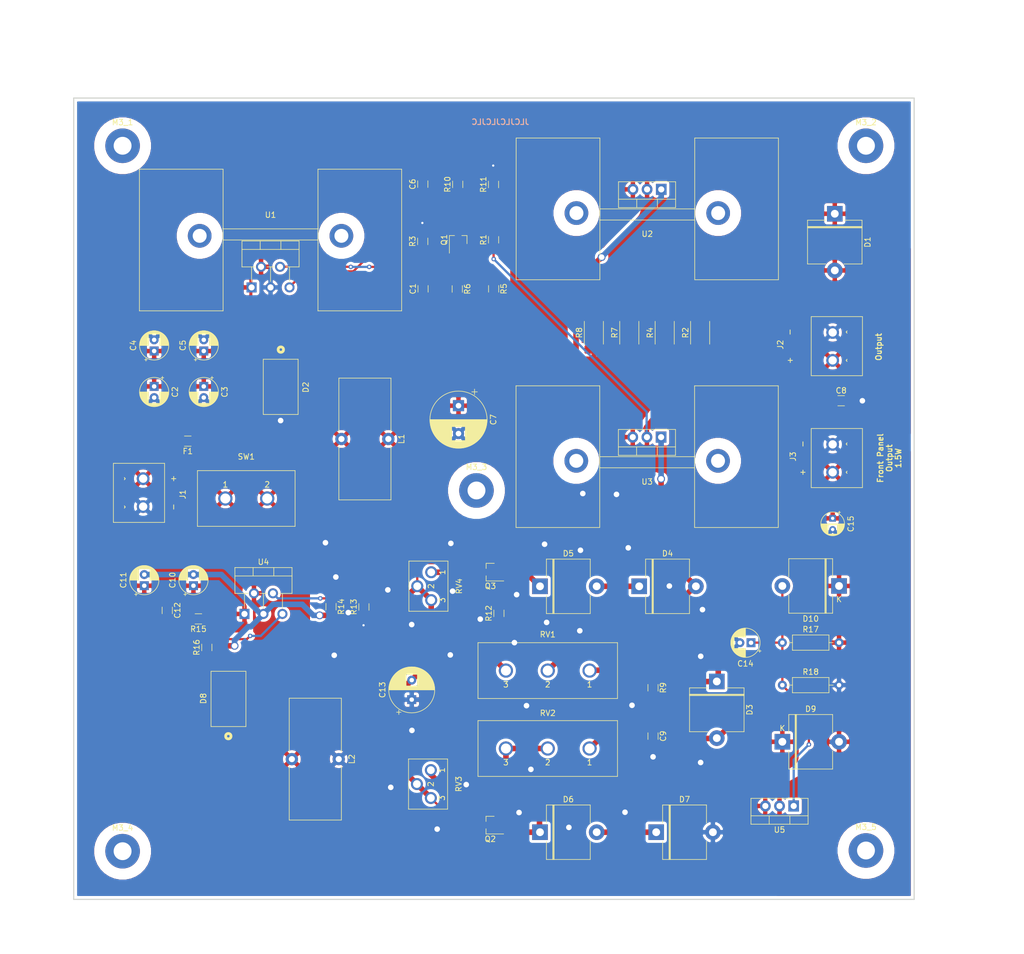
<source format=kicad_pcb>
(kicad_pcb (version 20171130) (host pcbnew "(5.1.6)-1")
  (layers (0 F.Cu signal) (31 B.Cu signal) (34 B.Paste user) (35 F.Paste user) (36 B.SilkS user) (37 F.SilkS user) (38 B.Mask user) (39 F.Mask user) (44 Edge.Cuts user))
  (net 0 "")
  (net 1 "Net-(C1-Pad2)")
  (net 2 "Net-(C1-Pad1)")
  (net 3 GND)
  (net 4 "Net-(C10-Pad1)")
  (net 5 "Net-(C6-Pad2)")
  (net 6 "Net-(C8-Pad1)")
  (net 7 "Net-(C9-Pad1)")
  (net 8 "Net-(C10-Pad2)")
  (net 9 "Net-(C12-Pad2)")
  (net 10 "Net-(D2-Pad1)")
  (net 11 "Net-(D4-Pad2)")
  (net 12 "Net-(D4-Pad1)")
  (net 13 "Net-(D5-Pad1)")
  (net 14 "Net-(D6-Pad2)")
  (net 15 "Net-(D6-Pad1)")
  (net 16 "Net-(D8-Pad1)")
  (net 17 +36V)
  (net 18 "Net-(Q1-Pad2)")
  (net 19 "Net-(Q1-Pad1)")
  (net 20 "Net-(Q2-Pad3)")
  (net 21 "Net-(Q3-Pad3)")
  (net 22 "Net-(R2-Pad2)")
  (net 23 "Net-(R10-Pad1)")
  (net 24 "Net-(R12-Pad1)")
  (net 25 "Net-(R13-Pad2)")
  (net 26 "Net-(R15-Pad1)")
  (net 27 "Net-(RV1-Pad2)")
  (net 28 "Net-(F1-Pad1)")
  (net 29 "Net-(C14-Pad1)")
  (net 30 "Net-(C15-Pad1)")
  (module MountingHole:MountingHole_3.2mm_M3_Pad (layer F.Cu) (at 117.65 100.925)
    (fp_text reference M3_3 (at 0 -4.2) (layer F.SilkS))
    (fp_text value MountingHole_3.2mm_M3_Pad)
    (pad 1 thru_hole circle (at 0 0) (size 6.2 6.2) (drill 3.2) (layers *.Cu *.Mask) (clearance 2))
  )
  (module MountingHole:MountingHole_3.2mm_M3_Pad (layer F.Cu) (at 187.452 165.481)
    (fp_text reference M3_5 (at 0 -4.2) (layer F.SilkS))
    (fp_text value MountingHole_3.2mm_M3_Pad)
    (pad 1 thru_hole circle (at 0 0) (size 6.2 6.2) (drill 3.2) (layers *.Cu *.Mask) (clearance 2))
  )
  (module MountingHole:MountingHole_3.2mm_M3_Pad (layer F.Cu) (at 54.229 165.608)
    (fp_text reference M3_4 (at 0 -4.2) (layer F.SilkS))
    (fp_text value MountingHole_3.2mm_M3_Pad)
    (pad 1 thru_hole circle (at 0 0) (size 6.2 6.2) (drill 3.2) (layers *.Cu *.Mask) (clearance 2))
  )
  (module MountingHole:MountingHole_3.2mm_M3_Pad (layer F.Cu) (at 187.452 39.116)
    (fp_text reference M3_2 (at 0 -4.2) (layer F.SilkS))
    (fp_text value MountingHole_3.2mm_M3_Pad)
    (pad 1 thru_hole circle (at 0 0) (size 6.2 6.2) (drill 3.2) (layers *.Cu *.Mask) (clearance 2))
  )
  (module MountingHole:MountingHole_3.2mm_M3_Pad (layer F.Cu) (at 54.229 39.116)
    (fp_text reference M3_1 (at 0 -4.2) (layer F.SilkS))
    (fp_text value MountingHole_3.2mm_M3_Pad)
    (pad 1 thru_hole circle (at 0 0) (size 6.2 6.2) (drill 3.2) (layers *.Cu *.Mask) (clearance 2))
  )
  (module Fuse:Fuse_1206_3216Metric_Pad1.42x1.75mm_HandSolder (layer F.Cu) (at 65.913 92.075 180)
    (fp_text reference F1 (at 0 -1.82) (layer F.SilkS))
    (fp_text value Fuse)
    (pad 2 smd roundrect (at 1.4875 0 180) (size 1.425 1.75) (layers F.Cu F.Paste F.Mask) (roundrect_rratio 0.175439) (net 17 +36V))
    (pad 1 smd roundrect (at -1.4875 0 180) (size 1.425 1.75) (layers F.Cu F.Paste F.Mask) (roundrect_rratio 0.175439) (net 28 "Net-(F1-Pad1)"))
  )
  (module Package_TO_SOT_THT:TO-220-3_Vertical (layer F.Cu) (at 174.5 157.5 180)
    (fp_text reference U5 (at 2.54 -4.27) (layer F.SilkS))
    (fp_text value LM317_TO-220)
    (pad 3 thru_hole oval (at 5.08 0 180) (size 1.905 2) (drill 1.1) (layers *.Cu *.Mask) (net 4 "Net-(C10-Pad1)"))
    (pad 2 thru_hole oval (at 2.54 0 180) (size 1.905 2) (drill 1.1) (layers *.Cu *.Mask) (net 30 "Net-(C15-Pad1)"))
    (pad 1 thru_hole rect (at 0 0 180) (size 1.905 2) (drill 1.1) (layers *.Cu *.Mask) (net 29 "Net-(C14-Pad1)"))
  )
  (module Package_TO_SOT_THT:TO-220-5_P3.4x3.7mm_StaggerOdd_Lead3.8mm_Vertical (layer F.Cu) (at 76.073 123.063)
    (fp_text reference U4 (at 3.4 -9.32) (layer F.SilkS))
    (fp_text value LM2596DSADJ)
    (pad 5 thru_hole oval (at 6.8 0) (size 1.8 1.8) (drill 1.1) (layers *.Cu *.Mask) (net 26 "Net-(R15-Pad1)"))
    (pad 4 thru_hole oval (at 5.1 -3.7) (size 1.8 1.8) (drill 1.1) (layers *.Cu *.Mask) (net 25 "Net-(R13-Pad2)"))
    (pad 3 thru_hole oval (at 3.4 0) (size 1.8 1.8) (drill 1.1) (layers *.Cu *.Mask) (net 8 "Net-(C10-Pad2)"))
    (pad 2 thru_hole oval (at 1.7 -3.7) (size 1.8 1.8) (drill 1.1) (layers *.Cu *.Mask) (net 16 "Net-(D8-Pad1)"))
    (pad 1 thru_hole rect (at 0 0) (size 1.8 1.8) (drill 1.1) (layers *.Cu *.Mask) (net 4 "Net-(C10-Pad1)"))
  )
  (module Resistor_THT:R_Axial_DIN0207_L6.3mm_D2.5mm_P10.16mm_Horizontal (layer F.Cu) (at 172.466 135.8265)
    (fp_text reference R18 (at 5.08 -2.37) (layer F.SilkS))
    (fp_text value 3.3k)
    (pad 2 thru_hole oval (at 10.16 0) (size 1.6 1.6) (drill 0.8) (layers *.Cu *.Mask) (net 3 GND))
    (pad 1 thru_hole circle (at 0 0) (size 1.6 1.6) (drill 0.8) (layers *.Cu *.Mask) (net 29 "Net-(C14-Pad1)"))
  )
  (module Resistor_THT:R_Axial_DIN0207_L6.3mm_D2.5mm_P10.16mm_Horizontal (layer F.Cu) (at 172.466 128.2065)
    (fp_text reference R17 (at 5.08 -2.37) (layer F.SilkS))
    (fp_text value 240)
    (pad 2 thru_hole oval (at 10.16 0) (size 1.6 1.6) (drill 0.8) (layers *.Cu *.Mask) (net 30 "Net-(C15-Pad1)"))
    (pad 1 thru_hole circle (at 0 0) (size 1.6 1.6) (drill 0.8) (layers *.Cu *.Mask) (net 29 "Net-(C14-Pad1)"))
  )
  (module Power_supply:screw_terminal (layer F.Cu) (at 181.483 97.663 90)
    (fp_text reference J3 (at 2.8194 -7.1 90) (layer F.SilkS))
    (fp_text value Screw_Terminal_01x02)
    (fp_text user ^ (at 5.08 3.0226 90) (layer F.SilkS))
    (fp_text user ^ (at 0 3.0226 90) (layer F.SilkS))
    (fp_text user - (at 5.08 -5.4 90) (layer F.SilkS))
    (fp_text user + (at 0 -5.4 90) (layer F.SilkS))
    (pad 2 thru_hole circle (at 5.0038 0 90) (size 2.29 2.29) (drill 1.5) (layers *.Cu *.Mask) (net 3 GND))
    (pad 1 thru_hole circle (at 0 0 90) (size 2.29 2.29) (drill 1.5) (layers *.Cu *.Mask) (net 30 "Net-(C15-Pad1)"))
  )
  (module Diode_THT:D_5KP_P10.16mm_Horizontal (layer F.Cu) (at 182.626 118.0465 180)
    (fp_text reference D10 (at 5.08 -5.885) (layer F.SilkS))
    (fp_text value 1N4001)
    (fp_text user K (at 0 -2.4) (layer F.SilkS))
    (pad 2 thru_hole oval (at 10.16 0 180) (size 2.8 2.8) (drill 1.4) (layers *.Cu *.Mask) (net 29 "Net-(C14-Pad1)"))
    (pad 1 thru_hole rect (at 0 0 180) (size 2.8 2.8) (drill 1.4) (layers *.Cu *.Mask) (net 30 "Net-(C15-Pad1)"))
  )
  (module Diode_THT:D_5KP_P10.16mm_Horizontal (layer F.Cu) (at 172.466 145.9865)
    (fp_text reference D9 (at 5.08 -5.885) (layer F.SilkS))
    (fp_text value 1N4001)
    (fp_text user K (at 0 -2.4) (layer F.SilkS))
    (pad 2 thru_hole oval (at 10.16 0) (size 2.8 2.8) (drill 1.4) (layers *.Cu *.Mask) (net 30 "Net-(C15-Pad1)"))
    (pad 1 thru_hole rect (at 0 0) (size 2.8 2.8) (drill 1.4) (layers *.Cu *.Mask) (net 4 "Net-(C10-Pad1)"))
  )
  (module Capacitor_THT:CP_Radial_D4.0mm_P2.00mm (layer F.Cu) (at 181.483 105.918 270)
    (fp_text reference C15 (at 1 -3.25 90) (layer F.SilkS))
    (fp_text value 1u)
    (pad 2 thru_hole circle (at 2 0 270) (size 1.2 1.2) (drill 0.6) (layers *.Cu *.Mask) (net 3 GND))
    (pad 1 thru_hole rect (at 0 0 270) (size 1.2 1.2) (drill 0.6) (layers *.Cu *.Mask) (net 30 "Net-(C15-Pad1)"))
  )
  (module Capacitor_THT:CP_Radial_D5.0mm_P2.00mm (layer F.Cu) (at 166.8526 128.22936 180)
    (fp_text reference C14 (at 1 -3.75) (layer F.SilkS))
    (fp_text value 10u)
    (pad 2 thru_hole circle (at 2 0 180) (size 1.6 1.6) (drill 0.8) (layers *.Cu *.Mask) (net 3 GND))
    (pad 1 thru_hole rect (at 0 0 180) (size 1.6 1.6) (drill 0.8) (layers *.Cu *.Mask) (net 29 "Net-(C14-Pad1)"))
  )
  (module Power_supply:screw_terminal (layer F.Cu) (at 57.912 98.806 270)
    (fp_text reference J1 (at 2.8194 -7.1 90) (layer F.SilkS))
    (fp_text value Screw_Terminal_01x02)
    (fp_text user ^ (at 5.08 3.81 270 unlocked) (layer F.SilkS))
    (fp_text user ^ (at 0 3.81 270 unlocked) (layer F.SilkS))
    (fp_text user - (at 5.08 -5.4 90) (layer F.SilkS))
    (fp_text user + (at 0 -5.4 90) (layer F.SilkS))
    (pad 2 thru_hole circle (at 5.0038 0 270) (size 2.29 2.29) (drill 1.5) (layers *.Cu *.Mask) (net 3 GND))
    (pad 1 thru_hole circle (at 0 0 270) (size 2.29 2.29) (drill 1.5) (layers *.Cu *.Mask) (net 17 +36V))
  )
  (module Resistor_SMD:R_1206_3216Metric_Pad1.42x1.75mm_HandSolder (layer F.Cu) (at 121.67108 122.95632 90)
    (fp_text reference R12 (at 0 -1.82 90) (layer F.SilkS))
    (fp_text value 120)
    (pad 2 smd roundrect (at 1.4875 0 90) (size 1.425 1.75) (layers F.Cu F.Paste F.Mask) (roundrect_rratio 0.175439) (net 13 "Net-(D5-Pad1)"))
    (pad 1 smd roundrect (at -1.4875 0 90) (size 1.425 1.75) (layers F.Cu F.Paste F.Mask) (roundrect_rratio 0.175439) (net 24 "Net-(R12-Pad1)"))
  )
  (module Power_supply:TO-220-3_with_heatsink (layer F.Cu) (at 151.638 86.36 180)
    (fp_text reference U3 (at 3.4 -13) (layer F.SilkS))
    (fp_text value LD1085V)
    (pad 2 thru_hole oval (at 3.44 -5 180) (size 1.905 2) (drill 1.1) (layers *.Cu *.Mask) (net 6 "Net-(C8-Pad1)"))
    (pad 1 thru_hole rect (at 0.9 -5 180) (size 1.905 2) (drill 1.1) (layers *.Cu *.Mask) (net 7 "Net-(C9-Pad1)"))
    (pad 3 thru_hole oval (at 5.98 -5 180) (size 1.905 2) (drill 1.1) (layers *.Cu *.Mask) (net 11 "Net-(D4-Pad2)"))
    (pad "" thru_hole circle (at 16.1 -9.25 180) (size 4.25 4.25) (drill 2.5) (layers *.Cu *.Mask) (clearance 2))
    (pad "" thru_hole circle (at -9.3 -9.25 180) (size 4.25 4.25) (drill 2.5) (layers *.Cu *.Mask) (clearance 2))
  )
  (module Power_supply:TO-220-3_with_heatsink (layer F.Cu) (at 151.6634 41.9354 180)
    (fp_text reference U2 (at 3.4 -13) (layer F.SilkS))
    (fp_text value LD1085V)
    (pad 2 thru_hole oval (at 3.44 -5 180) (size 1.905 2) (drill 1.1) (layers *.Cu *.Mask) (net 22 "Net-(R2-Pad2)"))
    (pad 1 thru_hole rect (at 0.9 -5 180) (size 1.905 2) (drill 1.1) (layers *.Cu *.Mask) (net 27 "Net-(RV1-Pad2)"))
    (pad 3 thru_hole oval (at 5.98 -5 180) (size 1.905 2) (drill 1.1) (layers *.Cu *.Mask) (net 2 "Net-(C1-Pad1)"))
    (pad "" thru_hole circle (at 16.1 -9.25 180) (size 4.25 4.25) (drill 2.5) (layers *.Cu *.Mask) (clearance 2))
    (pad "" thru_hole circle (at -9.3 -9.25 180) (size 4.25 4.25) (drill 2.5) (layers *.Cu *.Mask) (clearance 2))
  )
  (module Power_supply:TO-220-5_with_heatsink (layer F.Cu) (at 77.343 64.516)
    (fp_text reference U1 (at 3.4 -13) (layer F.SilkS))
    (fp_text value LM2596DSADJ)
    (pad "" thru_hole circle (at 16.1 -9.25) (size 4.25 4.25) (drill 2.5) (layers *.Cu *.Mask) (clearance 2))
    (pad "" thru_hole circle (at -9.3 -9.25) (size 4.25 4.25) (drill 2.5) (layers *.Cu *.Mask) (clearance 2))
    (pad 5 thru_hole oval (at 6.8 0) (size 1.8 1.8) (drill 1.1) (layers *.Cu *.Mask) (net 23 "Net-(R10-Pad1)"))
    (pad 4 thru_hole oval (at 5.1 -3.7) (size 1.8 1.8) (drill 1.1) (layers *.Cu *.Mask) (net 1 "Net-(C1-Pad2)"))
    (pad 3 thru_hole oval (at 3.4 0) (size 1.8 1.8) (drill 1.1) (layers *.Cu *.Mask) (net 3 GND))
    (pad 2 thru_hole oval (at 1.7 -3.7) (size 1.8 1.8) (drill 1.1) (layers *.Cu *.Mask) (net 10 "Net-(D2-Pad1)"))
    (pad 1 thru_hole rect (at 0 0) (size 1.8 1.8) (drill 1.1) (layers *.Cu *.Mask) (net 4 "Net-(C10-Pad1)"))
  )
  (module Power_supply:offboard_switch (layer F.Cu) (at 72.644 102.362)
    (fp_text reference SW1 (at 3.75 -7.5) (layer F.SilkS))
    (fp_text value SW_DIP_x01)
    (fp_text user 2 (at 7.5 -2.5) (layer F.SilkS))
    (fp_text user 1 (at 0 -2.5) (layer F.SilkS))
    (pad 2 thru_hole circle (at 7.5 0) (size 2.55 2.55) (drill 1.8) (layers *.Cu *.Mask) (net 4 "Net-(C10-Pad1)"))
    (pad 1 thru_hole circle (at 0 0) (size 2.55 2.55) (drill 1.8) (layers *.Cu *.Mask) (net 28 "Net-(F1-Pad1)"))
  )
  (module Power_supply:trimmerTHT (layer F.Cu) (at 109.5375 115.5865 270)
    (fp_text reference RV4 (at 2.5 -5 90) (layer F.SilkS))
    (fp_text value 200)
    (fp_text user 3 (at 5 -2 90) (layer F.SilkS))
    (fp_text user 2 (at 2.5 0 90) (layer F.SilkS))
    (fp_text user 1 (at 0 -2 90) (layer F.SilkS))
    (pad 3 thru_hole circle (at 5 0 270) (size 2.15 2.15) (drill 1.4) (layers *.Cu *.Mask) (net 8 "Net-(C10-Pad2)"))
    (pad 2 thru_hole circle (at 2.5 2.5 270) (size 2.15 2.15) (drill 1.4) (layers *.Cu *.Mask) (net 8 "Net-(C10-Pad2)"))
    (pad 1 thru_hole circle (at 0 0 270) (size 2.15 2.15) (drill 1.4) (layers *.Cu *.Mask) (net 21 "Net-(Q3-Pad3)"))
  )
  (module Power_supply:trimmerTHT (layer F.Cu) (at 109.474 151.0665 270)
    (fp_text reference RV3 (at 2.5 -5 90) (layer F.SilkS))
    (fp_text value 200)
    (fp_text user 3 (at 5 -2 90) (layer F.SilkS))
    (fp_text user 2 (at 2.5 0 90) (layer F.SilkS))
    (fp_text user 1 (at 0 -2 90) (layer F.SilkS))
    (pad 3 thru_hole circle (at 5 0 270) (size 2.15 2.15) (drill 1.4) (layers *.Cu *.Mask) (net 8 "Net-(C10-Pad2)"))
    (pad 2 thru_hole circle (at 2.5 2.5 270) (size 2.15 2.15) (drill 1.4) (layers *.Cu *.Mask) (net 8 "Net-(C10-Pad2)"))
    (pad 1 thru_hole circle (at 0 0 270) (size 2.15 2.15) (drill 1.4) (layers *.Cu *.Mask) (net 20 "Net-(Q2-Pad3)"))
  )
  (module Power_supply:offboard_pot (layer F.Cu) (at 137.922 147.19 180)
    (fp_text reference RV2 (at 7.493 6.347) (layer F.SilkS))
    (fp_text value 5k)
    (fp_text user 3 (at 15 -2.5) (layer F.SilkS))
    (fp_text user 2 (at 7.5 -2.5) (layer F.SilkS))
    (fp_text user 1 (at 0 -2.5) (layer F.SilkS))
    (pad 3 thru_hole circle (at 15 0 180) (size 2.55 2.55) (drill 1.8) (layers *.Cu *.Mask) (net 15 "Net-(D6-Pad1)"))
    (pad 2 thru_hole circle (at 7.5 0 180) (size 2.55 2.55) (drill 1.8) (layers *.Cu *.Mask) (net 15 "Net-(D6-Pad1)"))
    (pad 1 thru_hole circle (at 0 0 180) (size 2.55 2.55) (drill 1.8) (layers *.Cu *.Mask) (net 7 "Net-(C9-Pad1)"))
  )
  (module Power_supply:offboard_pot (layer F.Cu) (at 137.922 133.22 180)
    (fp_text reference RV1 (at 7.5 6.474) (layer F.SilkS))
    (fp_text value 1k)
    (fp_text user 3 (at 15 -2.5) (layer F.SilkS))
    (fp_text user 2 (at 7.5 -2.5) (layer F.SilkS))
    (fp_text user 1 (at 0 -2.5) (layer F.SilkS))
    (pad 3 thru_hole circle (at 15 0 180) (size 2.55 2.55) (drill 1.8) (layers *.Cu *.Mask) (net 24 "Net-(R12-Pad1)"))
    (pad 2 thru_hole circle (at 7.5 0 180) (size 2.55 2.55) (drill 1.8) (layers *.Cu *.Mask) (net 27 "Net-(RV1-Pad2)"))
    (pad 1 thru_hole circle (at 0 0 180) (size 2.55 2.55) (drill 1.8) (layers *.Cu *.Mask) (net 11 "Net-(D4-Pad2)"))
  )
  (module Resistor_SMD:R_1206_3216Metric_Pad1.42x1.75mm_HandSolder (layer F.Cu) (at 69.32248 129.06862 90)
    (fp_text reference R16 (at 0 -1.82 90) (layer F.SilkS))
    (fp_text value 47k)
    (pad 2 smd roundrect (at 1.4875 0 90) (size 1.425 1.75) (layers F.Cu F.Paste F.Mask) (roundrect_rratio 0.175439) (net 26 "Net-(R15-Pad1)"))
    (pad 1 smd roundrect (at -1.4875 0 90) (size 1.425 1.75) (layers F.Cu F.Paste F.Mask) (roundrect_rratio 0.175439) (net 8 "Net-(C10-Pad2)"))
  )
  (module Resistor_SMD:R_1206_3216Metric_Pad1.42x1.75mm_HandSolder (layer F.Cu) (at 67.818 123.952 180)
    (fp_text reference R15 (at 0 -1.82) (layer F.SilkS))
    (fp_text value 47k)
    (pad 2 smd roundrect (at 1.4875 0 180) (size 1.425 1.75) (layers F.Cu F.Paste F.Mask) (roundrect_rratio 0.175439) (net 9 "Net-(C12-Pad2)"))
    (pad 1 smd roundrect (at -1.4875 0 180) (size 1.425 1.75) (layers F.Cu F.Paste F.Mask) (roundrect_rratio 0.175439) (net 26 "Net-(R15-Pad1)"))
  )
  (module Resistor_SMD:R_1206_3216Metric_Pad1.42x1.75mm_HandSolder (layer F.Cu) (at 91.58224 121.75998 270)
    (fp_text reference R14 (at 0 -1.82 90) (layer F.SilkS))
    (fp_text value 3400)
    (pad 2 smd roundrect (at 1.4875 0 270) (size 1.425 1.75) (layers F.Cu F.Paste F.Mask) (roundrect_rratio 0.175439) (net 8 "Net-(C10-Pad2)"))
    (pad 1 smd roundrect (at -1.4875 0 270) (size 1.425 1.75) (layers F.Cu F.Paste F.Mask) (roundrect_rratio 0.175439) (net 25 "Net-(R13-Pad2)"))
  )
  (module Resistor_SMD:R_1206_3216Metric_Pad1.42x1.75mm_HandSolder (layer F.Cu) (at 97.47504 121.81078 90)
    (fp_text reference R13 (at 0 -1.82 90) (layer F.SilkS))
    (fp_text value 5k)
    (pad 2 smd roundrect (at 1.4875 0 90) (size 1.425 1.75) (layers F.Cu F.Paste F.Mask) (roundrect_rratio 0.175439) (net 25 "Net-(R13-Pad2)"))
    (pad 1 smd roundrect (at -1.4875 0 90) (size 1.425 1.75) (layers F.Cu F.Paste F.Mask) (roundrect_rratio 0.175439) (net 3 GND))
  )
  (module Resistor_SMD:R_1206_3216Metric_Pad1.42x1.75mm_HandSolder (layer F.Cu) (at 120.707 46.056 90)
    (fp_text reference R11 (at 0 -1.82 90) (layer F.SilkS))
    (fp_text value 47k)
    (pad 2 smd roundrect (at 1.4875 0 90) (size 1.425 1.75) (layers F.Cu F.Paste F.Mask) (roundrect_rratio 0.175439) (net 3 GND))
    (pad 1 smd roundrect (at -1.4875 0 90) (size 1.425 1.75) (layers F.Cu F.Paste F.Mask) (roundrect_rratio 0.175439) (net 23 "Net-(R10-Pad1)"))
  )
  (module Resistor_SMD:R_1206_3216Metric_Pad1.42x1.75mm_HandSolder (layer F.Cu) (at 114.287 46.036 90)
    (fp_text reference R10 (at 0 -1.82 90) (layer F.SilkS))
    (fp_text value 47k)
    (pad 2 smd roundrect (at 1.4875 0 90) (size 1.425 1.75) (layers F.Cu F.Paste F.Mask) (roundrect_rratio 0.175439) (net 5 "Net-(C6-Pad2)"))
    (pad 1 smd roundrect (at -1.4875 0 90) (size 1.425 1.75) (layers F.Cu F.Paste F.Mask) (roundrect_rratio 0.175439) (net 23 "Net-(R10-Pad1)"))
  )
  (module Resistor_SMD:R_1206_3216Metric_Pad1.42x1.75mm_HandSolder (layer F.Cu) (at 149.2885 136.298 270)
    (fp_text reference R9 (at 0 -1.82 90) (layer F.SilkS))
    (fp_text value 240)
    (pad 2 smd roundrect (at 1.4875 0 270) (size 1.425 1.75) (layers F.Cu F.Paste F.Mask) (roundrect_rratio 0.175439) (net 7 "Net-(C9-Pad1)"))
    (pad 1 smd roundrect (at -1.4875 0 270) (size 1.425 1.75) (layers F.Cu F.Paste F.Mask) (roundrect_rratio 0.175439) (net 6 "Net-(C8-Pad1)"))
  )
  (module Resistor_SMD:R_2512_6332Metric_Pad1.52x3.35mm_HandSolder (layer F.Cu) (at 138.684 72.644 90)
    (fp_text reference R8 (at 0 -2.62 90) (layer F.SilkS))
    (fp_text value 3.3)
    (pad 2 smd roundrect (at 2.9875 0 90) (size 1.525 3.35) (layers F.Cu F.Paste F.Mask) (roundrect_rratio 0.163934) (net 22 "Net-(R2-Pad2)"))
    (pad 1 smd roundrect (at -2.9875 0 90) (size 1.525 3.35) (layers F.Cu F.Paste F.Mask) (roundrect_rratio 0.163934) (net 11 "Net-(D4-Pad2)"))
  )
  (module Resistor_SMD:R_2512_6332Metric_Pad1.52x3.35mm_HandSolder (layer F.Cu) (at 145.034 72.644 90)
    (fp_text reference R7 (at 0 -2.62 90) (layer F.SilkS))
    (fp_text value 3.3)
    (pad 2 smd roundrect (at 2.9875 0 90) (size 1.525 3.35) (layers F.Cu F.Paste F.Mask) (roundrect_rratio 0.163934) (net 22 "Net-(R2-Pad2)"))
    (pad 1 smd roundrect (at -2.9875 0 90) (size 1.525 3.35) (layers F.Cu F.Paste F.Mask) (roundrect_rratio 0.163934) (net 11 "Net-(D4-Pad2)"))
  )
  (module Resistor_SMD:R_1206_3216Metric_Pad1.42x1.75mm_HandSolder (layer F.Cu) (at 114.20348 64.79286 270)
    (fp_text reference R6 (at 0 -1.82 90) (layer F.SilkS))
    (fp_text value 100k)
    (pad 2 smd roundrect (at 1.4875 0 270) (size 1.425 1.75) (layers F.Cu F.Paste F.Mask) (roundrect_rratio 0.175439) (net 2 "Net-(C1-Pad1)"))
    (pad 1 smd roundrect (at -1.4875 0 270) (size 1.425 1.75) (layers F.Cu F.Paste F.Mask) (roundrect_rratio 0.175439) (net 19 "Net-(Q1-Pad1)"))
  )
  (module Resistor_SMD:R_1206_3216Metric_Pad1.42x1.75mm_HandSolder (layer F.Cu) (at 120.7262 64.77 270)
    (fp_text reference R5 (at 0 -1.82 90) (layer F.SilkS))
    (fp_text value 2500)
    (pad 2 smd roundrect (at 1.4875 0 270) (size 1.425 1.75) (layers F.Cu F.Paste F.Mask) (roundrect_rratio 0.175439) (net 2 "Net-(C1-Pad1)"))
    (pad 1 smd roundrect (at -1.4875 0 270) (size 1.425 1.75) (layers F.Cu F.Paste F.Mask) (roundrect_rratio 0.175439) (net 18 "Net-(Q1-Pad2)"))
  )
  (module Resistor_SMD:R_2512_6332Metric_Pad1.52x3.35mm_HandSolder (layer F.Cu) (at 151.384 72.644 90)
    (fp_text reference R4 (at 0 -2.62 90) (layer F.SilkS))
    (fp_text value 3.3)
    (pad 2 smd roundrect (at 2.9875 0 90) (size 1.525 3.35) (layers F.Cu F.Paste F.Mask) (roundrect_rratio 0.163934) (net 22 "Net-(R2-Pad2)"))
    (pad 1 smd roundrect (at -2.9875 0 90) (size 1.525 3.35) (layers F.Cu F.Paste F.Mask) (roundrect_rratio 0.163934) (net 11 "Net-(D4-Pad2)"))
  )
  (module Resistor_SMD:R_1206_3216Metric_Pad1.42x1.75mm_HandSolder (layer F.Cu) (at 108.01858 56.261 90)
    (fp_text reference R3 (at 0 -1.82 90) (layer F.SilkS))
    (fp_text value 2400)
    (pad 2 smd roundrect (at 1.4875 0 90) (size 1.425 1.75) (layers F.Cu F.Paste F.Mask) (roundrect_rratio 0.175439) (net 3 GND))
    (pad 1 smd roundrect (at -1.4875 0 90) (size 1.425 1.75) (layers F.Cu F.Paste F.Mask) (roundrect_rratio 0.175439) (net 1 "Net-(C1-Pad2)"))
  )
  (module Resistor_SMD:R_2512_6332Metric_Pad1.52x3.35mm_HandSolder (layer F.Cu) (at 157.734 72.644 90)
    (fp_text reference R2 (at 0 -2.62 90) (layer F.SilkS))
    (fp_text value 3.3)
    (pad 2 smd roundrect (at 2.9875 0 90) (size 1.525 3.35) (layers F.Cu F.Paste F.Mask) (roundrect_rratio 0.163934) (net 22 "Net-(R2-Pad2)"))
    (pad 1 smd roundrect (at -2.9875 0 90) (size 1.525 3.35) (layers F.Cu F.Paste F.Mask) (roundrect_rratio 0.163934) (net 11 "Net-(D4-Pad2)"))
  )
  (module Resistor_SMD:R_1206_3216Metric_Pad1.42x1.75mm_HandSolder (layer F.Cu) (at 120.71858 55.97906 90)
    (fp_text reference R1 (at 0 -1.82 90) (layer F.SilkS))
    (fp_text value 100k)
    (pad 2 smd roundrect (at 1.4875 0 90) (size 1.425 1.75) (layers F.Cu F.Paste F.Mask) (roundrect_rratio 0.175439) (net 19 "Net-(Q1-Pad1)"))
    (pad 1 smd roundrect (at -1.4875 0 90) (size 1.425 1.75) (layers F.Cu F.Paste F.Mask) (roundrect_rratio 0.175439) (net 6 "Net-(C8-Pad1)"))
  )
  (module Package_TO_SOT_SMD:SOT-23_Handsoldering (layer F.Cu) (at 120.142 115.57 180)
    (fp_text reference Q3 (at 0 -2.5) (layer F.SilkS))
    (fp_text value MMBF4392LT1G)
    (pad 3 smd rect (at 1.5 0 180) (size 1.9 0.8) (layers F.Cu F.Paste F.Mask) (net 21 "Net-(Q3-Pad3)"))
    (pad 2 smd rect (at -1.5 0.95 180) (size 1.9 0.8) (layers F.Cu F.Paste F.Mask) (net 8 "Net-(C10-Pad2)"))
    (pad 1 smd rect (at -1.5 -0.95 180) (size 1.9 0.8) (layers F.Cu F.Paste F.Mask) (net 13 "Net-(D5-Pad1)"))
  )
  (module Package_TO_SOT_SMD:SOT-23_Handsoldering (layer F.Cu) (at 120.118 160.93 180)
    (fp_text reference Q2 (at 0 -2.5) (layer F.SilkS))
    (fp_text value MMBF4392LT1G)
    (pad 3 smd rect (at 1.5 0 180) (size 1.9 0.8) (layers F.Cu F.Paste F.Mask) (net 20 "Net-(Q2-Pad3)"))
    (pad 2 smd rect (at -1.5 0.95 180) (size 1.9 0.8) (layers F.Cu F.Paste F.Mask) (net 8 "Net-(C10-Pad2)"))
    (pad 1 smd rect (at -1.5 -0.95 180) (size 1.9 0.8) (layers F.Cu F.Paste F.Mask) (net 15 "Net-(D6-Pad1)"))
  )
  (module Package_TO_SOT_SMD:SOT-23_Handsoldering (layer F.Cu) (at 114.36858 55.97906 90)
    (fp_text reference Q1 (at 0 -2.5 90) (layer F.SilkS))
    (fp_text value MMBT3906)
    (pad 3 smd rect (at 1.5 0 90) (size 1.9 0.8) (layers F.Cu F.Paste F.Mask) (net 1 "Net-(C1-Pad2)"))
    (pad 2 smd rect (at -1.5 0.95 90) (size 1.9 0.8) (layers F.Cu F.Paste F.Mask) (net 18 "Net-(Q1-Pad2)"))
    (pad 1 smd rect (at -1.5 -0.95 90) (size 1.9 0.8) (layers F.Cu F.Paste F.Mask) (net 19 "Net-(Q1-Pad1)"))
  )
  (module Inductor_THT:L_Toroid_Vertical_L21.6mm_W9.1mm_P8.40mm_Bourns_5700 (layer F.Cu) (at 92.964 149.098 270)
    (fp_text reference L2 (at 0 -2.35 90) (layer F.SilkS))
    (fp_text value 100u)
    (pad 2 thru_hole circle (at 0 8.4 270) (size 2.2 2.2) (drill 1.1) (layers *.Cu *.Mask) (net 16 "Net-(D8-Pad1)"))
    (pad 1 thru_hole circle (at 0 0 270) (size 2.2 2.2) (drill 1.1) (layers *.Cu *.Mask) (net 3 GND))
  )
  (module Inductor_THT:L_Toroid_Vertical_L21.6mm_W9.1mm_P8.40mm_Bourns_5700 (layer F.Cu) (at 101.854 91.694 270)
    (fp_text reference L1 (at 0 -2.35 90) (layer F.SilkS))
    (fp_text value 100u)
    (pad 2 thru_hole circle (at 0 8.4 270) (size 2.2 2.2) (drill 1.1) (layers *.Cu *.Mask) (net 10 "Net-(D2-Pad1)"))
    (pad 1 thru_hole circle (at 0 0 270) (size 2.2 2.2) (drill 1.1) (layers *.Cu *.Mask) (net 2 "Net-(C1-Pad1)"))
  )
  (module Power_supply:screw_terminal (layer F.Cu) (at 181.483 77.597 90)
    (fp_text reference J2 (at 2.8194 -9.3726 90) (layer F.SilkS))
    (fp_text value Screw_Terminal_01x02)
    (fp_text user ^ (at 5.08 3.0226 90) (layer F.SilkS))
    (fp_text user ^ (at 0 3.0226 90) (layer F.SilkS))
    (fp_text user - (at 5.08 -7.6962 90) (layer F.SilkS))
    (fp_text user + (at 0 -7.6708 90) (layer F.SilkS))
    (pad 2 thru_hole circle (at 5.0038 0 90) (size 2.29 2.29) (drill 1.5) (layers *.Cu *.Mask) (net 3 GND))
    (pad 1 thru_hole circle (at 0 0 90) (size 2.29 2.29) (drill 1.5) (layers *.Cu *.Mask) (net 6 "Net-(C8-Pad1)"))
  )
  (module Power_supply:D_SMC2 (layer F.Cu) (at 76.327 142.748 90)
    (fp_text reference D8 (at 4.5212 -7.62 90) (layer F.SilkS))
    (fp_text value MBRS340T3)
    (pad 2 smd roundrect (at 7.7216 -3.1242 90) (size 2.25 3.79) (layers F.Cu F.Paste F.Mask) (roundrect_rratio 0.2) (net 8 "Net-(C10-Pad2)"))
    (pad 1 smd roundrect (at 1.1938 -3.1496 90) (size 2.25 3.79) (layers F.Cu F.Paste F.Mask) (roundrect_rratio 0.2) (net 16 "Net-(D8-Pad1)"))
  )
  (module Diode_THT:D_5KP_P10.16mm_Horizontal (layer F.Cu) (at 149.86 162.2)
    (fp_text reference D7 (at 5.08 -5.885) (layer F.SilkS))
    (fp_text value 1N4001)
    (pad 2 thru_hole oval (at 10.16 0) (size 2.8 2.8) (drill 1.4) (layers *.Cu *.Mask) (net 3 GND))
    (pad 1 thru_hole rect (at 0 0) (size 2.8 2.8) (drill 1.4) (layers *.Cu *.Mask) (net 14 "Net-(D6-Pad2)"))
  )
  (module Diode_THT:D_5KP_P10.16mm_Horizontal (layer F.Cu) (at 129.032 162.2)
    (fp_text reference D6 (at 5.08 -5.885) (layer F.SilkS))
    (fp_text value 1N4001)
    (pad 2 thru_hole oval (at 10.16 0) (size 2.8 2.8) (drill 1.4) (layers *.Cu *.Mask) (net 14 "Net-(D6-Pad2)"))
    (pad 1 thru_hole rect (at 0 0) (size 2.8 2.8) (drill 1.4) (layers *.Cu *.Mask) (net 15 "Net-(D6-Pad1)"))
  )
  (module Diode_THT:D_5KP_P10.16mm_Horizontal (layer F.Cu) (at 129.032 118.11)
    (fp_text reference D5 (at 5.08 -5.885) (layer F.SilkS))
    (fp_text value 1N4001)
    (pad 2 thru_hole oval (at 10.16 0) (size 2.8 2.8) (drill 1.4) (layers *.Cu *.Mask) (net 12 "Net-(D4-Pad1)"))
    (pad 1 thru_hole rect (at 0 0) (size 2.8 2.8) (drill 1.4) (layers *.Cu *.Mask) (net 13 "Net-(D5-Pad1)"))
  )
  (module Diode_THT:D_5KP_P10.16mm_Horizontal (layer F.Cu) (at 146.812 118.11)
    (fp_text reference D4 (at 5.08 -5.885) (layer F.SilkS))
    (fp_text value 1N4001)
    (pad 2 thru_hole oval (at 10.16 0) (size 2.8 2.8) (drill 1.4) (layers *.Cu *.Mask) (net 11 "Net-(D4-Pad2)"))
    (pad 1 thru_hole rect (at 0 0) (size 2.8 2.8) (drill 1.4) (layers *.Cu *.Mask) (net 12 "Net-(D4-Pad1)"))
  )
  (module Diode_THT:D_5KP_P10.16mm_Horizontal (layer F.Cu) (at 160.7185 135.17118 270)
    (fp_text reference D3 (at 5.08 -5.885 90) (layer F.SilkS))
    (fp_text value 1N4001)
    (pad 2 thru_hole oval (at 10.16 0 270) (size 2.8 2.8) (drill 1.4) (layers *.Cu *.Mask) (net 7 "Net-(C9-Pad1)"))
    (pad 1 thru_hole rect (at 0 0 270) (size 2.8 2.8) (drill 1.4) (layers *.Cu *.Mask) (net 6 "Net-(C8-Pad1)"))
  )
  (module Power_supply:D_SMC2 (layer F.Cu) (at 79.4385 77.9018 270)
    (fp_text reference D2 (at 4.5212 -7.62 90) (layer F.SilkS))
    (fp_text value MBRS340T3)
    (pad 2 smd roundrect (at 7.7216 -3.1242 270) (size 2.25 3.79) (layers F.Cu F.Paste F.Mask) (roundrect_rratio 0.2) (net 3 GND))
    (pad 1 smd roundrect (at 1.1938 -3.1496 270) (size 2.25 3.79) (layers F.Cu F.Paste F.Mask) (roundrect_rratio 0.2) (net 10 "Net-(D2-Pad1)"))
  )
  (module Diode_THT:D_5KP_P10.16mm_Horizontal (layer F.Cu) (at 181.864 51.308 270)
    (fp_text reference D1 (at 5.08 -5.885 90) (layer F.SilkS))
    (fp_text value 1N4002)
    (pad 2 thru_hole oval (at 10.16 0 270) (size 2.8 2.8) (drill 1.4) (layers *.Cu *.Mask) (net 6 "Net-(C8-Pad1)"))
    (pad 1 thru_hole rect (at 0 0 270) (size 2.8 2.8) (drill 1.4) (layers *.Cu *.Mask) (net 2 "Net-(C1-Pad1)"))
  )
  (module Capacitor_THT:CP_Radial_D8.0mm_P3.50mm (layer F.Cu) (at 106.045 138.43 90)
    (fp_text reference C13 (at 1.75 -5.25 90) (layer F.SilkS))
    (fp_text value 100u)
    (pad 2 thru_hole circle (at 3.5 0 90) (size 1.6 1.6) (drill 0.8) (layers *.Cu *.Mask) (net 8 "Net-(C10-Pad2)"))
    (pad 1 thru_hole rect (at 0 0 90) (size 1.6 1.6) (drill 0.8) (layers *.Cu *.Mask) (net 3 GND))
  )
  (module Capacitor_SMD:C_1206_3216Metric_Pad1.42x1.75mm_HandSolder (layer F.Cu) (at 62.23 122.428 270)
    (fp_text reference C12 (at 0 -1.82 90) (layer F.SilkS))
    (fp_text value 0.1u)
    (pad 2 smd roundrect (at 1.4875 0 270) (size 1.425 1.75) (layers F.Cu F.Paste F.Mask) (roundrect_rratio 0.175439) (net 9 "Net-(C12-Pad2)"))
    (pad 1 smd roundrect (at -1.4875 0 270) (size 1.425 1.75) (layers F.Cu F.Paste F.Mask) (roundrect_rratio 0.175439) (net 4 "Net-(C10-Pad1)"))
  )
  (module Capacitor_THT:CP_Radial_D5.0mm_P2.00mm (layer F.Cu) (at 58.11186 118.00332 90)
    (fp_text reference C11 (at 1 -3.75 90) (layer F.SilkS))
    (fp_text value 25u)
    (pad 2 thru_hole circle (at 2 0 90) (size 1.6 1.6) (drill 0.8) (layers *.Cu *.Mask) (net 8 "Net-(C10-Pad2)"))
    (pad 1 thru_hole rect (at 0 0 90) (size 1.6 1.6) (drill 0.8) (layers *.Cu *.Mask) (net 4 "Net-(C10-Pad1)"))
  )
  (module Capacitor_THT:CP_Radial_D5.0mm_P2.00mm (layer F.Cu) (at 66.92646 118.00332 90)
    (fp_text reference C10 (at 1 -3.75 90) (layer F.SilkS))
    (fp_text value 25u)
    (pad 2 thru_hole circle (at 2 0 90) (size 1.6 1.6) (drill 0.8) (layers *.Cu *.Mask) (net 8 "Net-(C10-Pad2)"))
    (pad 1 thru_hole rect (at 0 0 90) (size 1.6 1.6) (drill 0.8) (layers *.Cu *.Mask) (net 4 "Net-(C10-Pad1)"))
  )
  (module Capacitor_SMD:C_1206_3216Metric_Pad1.42x1.75mm_HandSolder (layer F.Cu) (at 149.2885 144.9705 270)
    (fp_text reference C9 (at 0 -1.82 90) (layer F.SilkS))
    (fp_text value 10u)
    (pad 2 smd roundrect (at 1.4875 0 270) (size 1.425 1.75) (layers F.Cu F.Paste F.Mask) (roundrect_rratio 0.175439) (net 3 GND))
    (pad 1 smd roundrect (at -1.4875 0 270) (size 1.425 1.75) (layers F.Cu F.Paste F.Mask) (roundrect_rratio 0.175439) (net 7 "Net-(C9-Pad1)"))
  )
  (module Capacitor_SMD:C_1206_3216Metric_Pad1.42x1.75mm_HandSolder (layer F.Cu) (at 183.007 84.836)
    (fp_text reference C8 (at 0 -1.82) (layer F.SilkS))
    (fp_text value 1u)
    (pad 2 smd roundrect (at 1.4875 0) (size 1.425 1.75) (layers F.Cu F.Paste F.Mask) (roundrect_rratio 0.175439) (net 3 GND))
    (pad 1 smd roundrect (at -1.4875 0) (size 1.425 1.75) (layers F.Cu F.Paste F.Mask) (roundrect_rratio 0.175439) (net 6 "Net-(C8-Pad1)"))
  )
  (module Capacitor_THT:CP_Radial_D10.0mm_P5.00mm (layer F.Cu) (at 114.427 85.725 270)
    (fp_text reference C7 (at 2.5 -6.25 90) (layer F.SilkS))
    (fp_text value 470u)
    (pad 2 thru_hole circle (at 5 0 270) (size 2 2) (drill 1) (layers *.Cu *.Mask) (net 3 GND))
    (pad 1 thru_hole rect (at 0 0 270) (size 2 2) (drill 1) (layers *.Cu *.Mask) (net 2 "Net-(C1-Pad1)"))
  )
  (module Capacitor_SMD:C_1206_3216Metric_Pad1.42x1.75mm_HandSolder (layer F.Cu) (at 108.027 45.996 90)
    (fp_text reference C6 (at 0 -1.82 90) (layer F.SilkS))
    (fp_text value 0.1u)
    (pad 2 smd roundrect (at 1.4875 0 90) (size 1.425 1.75) (layers F.Cu F.Paste F.Mask) (roundrect_rratio 0.175439) (net 5 "Net-(C6-Pad2)"))
    (pad 1 smd roundrect (at -1.4875 0 90) (size 1.425 1.75) (layers F.Cu F.Paste F.Mask) (roundrect_rratio 0.175439) (net 4 "Net-(C10-Pad1)"))
  )
  (module Capacitor_THT:CP_Radial_D5.0mm_P2.00mm (layer F.Cu) (at 68.77558 75.91806 90)
    (fp_text reference C5 (at 1 -3.75 90) (layer F.SilkS))
    (fp_text value 25u)
    (pad 2 thru_hole circle (at 2 0 90) (size 1.6 1.6) (drill 0.8) (layers *.Cu *.Mask) (net 3 GND))
    (pad 1 thru_hole rect (at 0 0 90) (size 1.6 1.6) (drill 0.8) (layers *.Cu *.Mask) (net 4 "Net-(C10-Pad1)"))
  )
  (module Capacitor_THT:CP_Radial_D5.0mm_P2.00mm (layer F.Cu) (at 59.88558 75.91806 90)
    (fp_text reference C4 (at 1 -3.75 90) (layer F.SilkS))
    (fp_text value 25u)
    (pad 2 thru_hole circle (at 2 0 90) (size 1.6 1.6) (drill 0.8) (layers *.Cu *.Mask) (net 3 GND))
    (pad 1 thru_hole rect (at 0 0 90) (size 1.6 1.6) (drill 0.8) (layers *.Cu *.Mask) (net 4 "Net-(C10-Pad1)"))
  )
  (module Capacitor_THT:CP_Radial_D5.0mm_P2.00mm (layer F.Cu) (at 68.77558 82.26806 270)
    (fp_text reference C3 (at 1 -3.75 90) (layer F.SilkS))
    (fp_text value 25u)
    (pad 2 thru_hole circle (at 2 0 270) (size 1.6 1.6) (drill 0.8) (layers *.Cu *.Mask) (net 3 GND))
    (pad 1 thru_hole rect (at 0 0 270) (size 1.6 1.6) (drill 0.8) (layers *.Cu *.Mask) (net 4 "Net-(C10-Pad1)"))
  )
  (module Capacitor_THT:CP_Radial_D5.0mm_P2.00mm (layer F.Cu) (at 59.88558 82.26806 270)
    (fp_text reference C2 (at 1 -3.75 90) (layer F.SilkS))
    (fp_text value 25u)
    (pad 2 thru_hole circle (at 2 0 270) (size 1.6 1.6) (drill 0.8) (layers *.Cu *.Mask) (net 3 GND))
    (pad 1 thru_hole rect (at 0 0 270) (size 1.6 1.6) (drill 0.8) (layers *.Cu *.Mask) (net 4 "Net-(C10-Pad1)"))
  )
  (module Capacitor_SMD:C_1206_3216Metric_Pad1.42x1.75mm_HandSolder (layer F.Cu) (at 108.077 64.77 90)
    (fp_text reference C1 (at 0 -1.82 90) (layer F.SilkS))
    (fp_text value 1n)
    (pad 2 smd roundrect (at 1.4875 0 90) (size 1.425 1.75) (layers F.Cu F.Paste F.Mask) (roundrect_rratio 0.175439) (net 1 "Net-(C1-Pad2)"))
    (pad 1 smd roundrect (at -1.4875 0 90) (size 1.425 1.75) (layers F.Cu F.Paste F.Mask) (roundrect_rratio 0.175439) (net 2 "Net-(C1-Pad1)"))
  )
  (gr_text JLCJLCJLCJLC (at 121.93016 34.84372) (layer B.SilkS) (effects (font (size 1 1) (thickness 0.2)) (justify mirror)))
  (gr_line (start 45.466 30.56) (end 45.466 174.244) (layer Edge.Cuts) (width 0.2))
  (gr_line (start 196.088 30.56) (end 45.466 30.56) (layer Edge.Cuts) (width 0.2))
  (gr_line (start 196.088 174.244) (end 196.088 30.56) (layer Edge.Cuts) (width 0.2))
  (gr_line (start 45.466 174.244) (end 196.088 174.244) (layer Edge.Cuts) (width 0.2))
  (gr_text "Front Panel\nOutput\n1.5W" (at 191.643 95.123 90) (layer F.SilkS) (effects (font (size 1 1) (thickness 0.2))))
  (gr_text Output (at 189.738 75.184 90) (layer F.SilkS) (effects (font (size 1 1) (thickness 0.2))))
  (segment (start 108.077 63.2825) (end 108.077 58.039) (width 0.4) (layer F.Cu) (net 1))
  (segment (start 108.077 58.039) (end 111.633 54.483) (width 0.4) (layer F.Cu) (net 1))
  (segment (start 111.633 54.483) (end 114.427 54.483) (width 0.4) (layer F.Cu) (net 1))
  (via (at 95.123 60.833) (size 0.8) (drill 0.4) (layers F.Cu B.Cu) (net 1))
  (segment (start 82.443 60.816) (end 91.55 60.816) (width 0.4) (layer F.Cu) (net 1))
  (via (at 98.425 60.833) (size 0.8) (drill 0.4) (layers F.Cu B.Cu) (net 1))
  (segment (start 98.425 60.833) (end 101.854 60.833) (width 0.4) (layer F.Cu) (net 1))
  (segment (start 101.854 60.833) (end 104.267 63.246) (width 0.4) (layer F.Cu) (net 1))
  (segment (start 104.267 63.246) (end 108.077 63.246) (width 0.4) (layer F.Cu) (net 1))
  (segment (start 95.106 60.816) (end 95.123 60.833) (width 0.4) (layer F.Cu) (net 1))
  (segment (start 91.55 60.816) (end 95.106 60.816) (width 0.4) (layer F.Cu) (net 1))
  (segment (start 95.123 60.833) (end 98.425 60.833) (width 0.4) (layer B.Cu) (net 1))
  (via (at 107.95 52.959) (size 0.8) (drill 0.4) (layers F.Cu B.Cu) (net 3))
  (segment (start 108.01858 53.02758) (end 107.95 52.959) (width 0.4) (layer F.Cu) (net 3))
  (segment (start 108.01858 54.7735) (end 108.01858 53.02758) (width 0.4) (layer F.Cu) (net 3))
  (segment (start 120.707 44.5685) (end 120.707 42.729) (width 0.4) (layer F.Cu) (net 3))
  (via (at 120.65 42.672) (size 0.8) (drill 0.4) (layers F.Cu B.Cu) (net 3))
  (segment (start 120.707 42.729) (end 120.65 42.672) (width 0.4) (layer F.Cu) (net 3))
  (segment (start 97.47504 123.29828) (end 97.47504 125.02896) (width 0.4) (layer F.Cu) (net 3))
  (via (at 97.409 125.095) (size 0.8) (drill 0.4) (layers F.Cu B.Cu) (net 3))
  (segment (start 97.47504 125.02896) (end 97.409 125.095) (width 0.4) (layer F.Cu) (net 3))
  (via (at 82.55 88.392) (size 1.4) (drill 1) (layers F.Cu B.Cu) (net 3))
  (segment (start 82.5627 85.6234) (end 82.5627 88.3793) (width 1) (layer F.Cu) (net 3))
  (segment (start 82.5627 88.3793) (end 82.55 88.392) (width 1) (layer F.Cu) (net 3))
  (via (at 149.29612 148.68652) (size 1.4) (drill 1) (layers F.Cu B.Cu) (net 3))
  (segment (start 149.2885 146.458) (end 149.2885 148.6789) (width 1) (layer F.Cu) (net 3))
  (segment (start 149.2885 148.6789) (end 149.29612 148.68652) (width 1) (layer F.Cu) (net 3))
  (segment (start 184.4945 84.836) (end 186.80176 84.836) (width 1) (layer F.Cu) (net 3))
  (via (at 186.80684 84.84108) (size 1.4) (drill 1) (layers F.Cu B.Cu) (net 3))
  (segment (start 186.80176 84.836) (end 186.80684 84.84108) (width 1) (layer F.Cu) (net 3))
  (via (at 106.03992 124.968) (size 1.4) (drill 1) (layers F.Cu B.Cu) (net 3))
  (via (at 92.15628 130.47472) (size 1.4) (drill 1) (layers F.Cu B.Cu) (net 3))
  (via (at 110.60684 161.6456) (size 1.4) (drill 1) (layers F.Cu B.Cu) (net 3))
  (via (at 102.2858 154.15768) (size 1.4) (drill 1) (layers F.Cu B.Cu) (net 3))
  (via (at 113.37036 118.97868) (size 1.4) (drill 1) (layers F.Cu B.Cu) (net 3))
  (via (at 118.32844 123.99264) (size 1.4) (drill 1) (layers F.Cu B.Cu) (net 3))
  (via (at 112.95888 130.41376) (size 1.4) (drill 1) (layers F.Cu B.Cu) (net 3))
  (via (at 106.08056 143.94688) (size 1.4) (drill 1) (layers F.Cu B.Cu) (net 3))
  (via (at 125.27788 158.6738) (size 1.4) (drill 1) (layers F.Cu B.Cu) (net 3))
  (via (at 115.81384 153.66492) (size 1.4) (drill 1) (layers F.Cu B.Cu) (net 3))
  (via (at 124.84608 119.60352) (size 1.4) (drill 1) (layers F.Cu B.Cu) (net 3))
  (via (at 124.44984 128.20904) (size 1.4) (drill 1) (layers F.Cu B.Cu) (net 3))
  (via (at 130.22072 124.58192) (size 1.4) (drill 1) (layers F.Cu B.Cu) (net 3))
  (via (at 126.61392 139.51204) (size 1.4) (drill 1) (layers F.Cu B.Cu) (net 3))
  (via (at 145.52168 139.446) (size 1.4) (drill 1) (layers F.Cu B.Cu) (net 3))
  (via (at 127.40132 150.93188) (size 1.4) (drill 1) (layers F.Cu B.Cu) (net 3))
  (via (at 134.20852 161.3408) (size 1.4) (drill 1) (layers F.Cu B.Cu) (net 3))
  (via (at 144.26692 158.61792) (size 1.4) (drill 1) (layers F.Cu B.Cu) (net 3))
  (via (at 157.82036 149.70252) (size 1.4) (drill 1) (layers F.Cu B.Cu) (net 3))
  (via (at 136.7028 101.473) (size 1.4) (drill 1) (layers F.Cu B.Cu) (net 3))
  (via (at 142.74292 101.6254) (size 1.4) (drill 1) (layers F.Cu B.Cu) (net 3))
  (via (at 144.85112 111.21136) (size 1.4) (drill 1) (layers F.Cu B.Cu) (net 3))
  (via (at 136.28624 111.64316) (size 1.4) (drill 1) (layers F.Cu B.Cu) (net 3))
  (via (at 152.21712 118.0592) (size 1.4) (drill 1) (layers F.Cu B.Cu) (net 3))
  (via (at 136.16432 126.08052) (size 1.4) (drill 1) (layers F.Cu B.Cu) (net 3))
  (via (at 158.15056 122.29084) (size 1.4) (drill 1) (layers F.Cu B.Cu) (net 3))
  (via (at 157.8356 130.6576) (size 1.4) (drill 1) (layers F.Cu B.Cu) (net 3))
  (via (at 90.58148 110.29188) (size 1.4) (drill 1) (layers F.Cu B.Cu) (net 3))
  (via (at 92.44584 116.44376) (size 1.4) (drill 1) (layers F.Cu B.Cu) (net 3))
  (via (at 101.76256 118.75008) (size 1.4) (drill 1) (layers F.Cu B.Cu) (net 3))
  (via (at 94.67596 122.81916) (size 1.4) (drill 1) (layers F.Cu B.Cu) (net 3))
  (via (at 113.0554 110.40872) (size 1.4) (drill 1) (layers F.Cu B.Cu) (net 3))
  (via (at 129.85496 110.56112) (size 1.4) (drill 1) (layers F.Cu B.Cu) (net 3))
  (segment (start 108.027 44.5085) (end 114.3585 44.5085) (width 0.4) (layer F.Cu) (net 5))
  (segment (start 156.94152 135.18896) (end 160.82264 135.18896) (width 1) (layer F.Cu) (net 6))
  (segment (start 156.57576 134.8232) (end 156.94152 135.18896) (width 1) (layer F.Cu) (net 6))
  (segment (start 149.36724 134.8232) (end 156.57576 134.8232) (width 1) (layer F.Cu) (net 6))
  (segment (start 160.98012 117.55628) (end 160.98012 123.21032) (width 1) (layer F.Cu) (net 6))
  (segment (start 148.198 104.77416) (end 160.98012 117.55628) (width 1) (layer F.Cu) (net 6))
  (segment (start 160.98012 123.21032) (end 160.98012 125.92812) (width 1) (layer F.Cu) (net 6))
  (segment (start 160.98012 125.92812) (end 160.98012 135.14324) (width 1) (layer F.Cu) (net 6))
  (via (at 120.73636 59.42584) (size 0.8) (drill 0.4) (layers F.Cu B.Cu) (net 6))
  (segment (start 120.71858 57.46656) (end 120.71858 59.40806) (width 0.4) (layer F.Cu) (net 6))
  (segment (start 120.71858 59.40806) (end 120.73636 59.42584) (width 0.4) (layer F.Cu) (net 6))
  (segment (start 120.73636 59.42584) (end 148.14296 86.83244) (width 0.4) (layer B.Cu) (net 6))
  (segment (start 148.14296 86.83244) (end 148.14296 91.45524) (width 0.4) (layer B.Cu) (net 6))
  (segment (start 148.198 104.77416) (end 148.198 95.6454) (width 1) (layer F.Cu) (net 6))
  (segment (start 137.922 147.19) (end 141.71884 143.39316) (width 1) (layer F.Cu) (net 7))
  (segment (start 141.71884 143.39316) (end 149.10308 143.39316) (width 1) (layer F.Cu) (net 7))
  (segment (start 149.36724 143.54556) (end 149.38756 143.52524) (width 1) (layer F.Cu) (net 7))
  (segment (start 149.82444 143.54556) (end 149.36724 143.54556) (width 1) (layer F.Cu) (net 7))
  (segment (start 160.76168 145.3896) (end 151.66848 145.3896) (width 1) (layer F.Cu) (net 7))
  (segment (start 150.738 105.23644) (end 162.39744 116.89588) (width 1) (layer F.Cu) (net 7))
  (segment (start 163.8808 142.27048) (end 160.76168 145.3896) (width 1) (layer F.Cu) (net 7))
  (segment (start 162.39744 116.89588) (end 162.39744 131.94792) (width 1) (layer F.Cu) (net 7))
  (segment (start 151.66848 145.3896) (end 149.82444 143.54556) (width 1) (layer F.Cu) (net 7))
  (segment (start 162.39744 131.94792) (end 163.8808 133.43128) (width 1) (layer F.Cu) (net 7))
  (segment (start 163.8808 133.43128) (end 163.8808 142.27048) (width 1) (layer F.Cu) (net 7))
  (segment (start 149.38756 143.52524) (end 149.38756 137.89152) (width 1) (layer F.Cu) (net 7))
  (segment (start 150.738 98.84748) (end 150.738 105.23644) (width 1) (layer F.Cu) (net 7))
  (via (at 150.738 98.84748) (size 1.4) (drill 1) (layers F.Cu B.Cu) (net 7))
  (segment (start 150.738 98.84748) (end 150.738 91.38836) (width 1) (layer B.Cu) (net 7))
  (segment (start 69.32248 130.55612) (end 69.32248 131.29848) (width 1) (layer F.Cu) (net 8))
  (segment (start 69.32248 131.29848) (end 73.152 135.128) (width 1) (layer F.Cu) (net 8))
  (segment (start 69.32248 130.55612) (end 69.34188 130.55612) (width 1) (layer F.Cu) (net 8))
  (via (at 74.295 128.778) (size 1.4) (drill 1) (layers F.Cu B.Cu) (net 8))
  (segment (start 69.34188 130.55612) (end 71.12 128.778) (width 1) (layer F.Cu) (net 8))
  (segment (start 71.12 128.778) (end 74.295 128.778) (width 1) (layer F.Cu) (net 8))
  (segment (start 74.295 127.788051) (end 76.734051 125.349) (width 1) (layer B.Cu) (net 8))
  (segment (start 74.295 128.778) (end 74.295 127.788051) (width 1) (layer B.Cu) (net 8))
  (segment (start 76.734051 125.349) (end 77.216 125.349) (width 1) (layer B.Cu) (net 8))
  (segment (start 77.216 125.349) (end 79.502 123.063) (width 1) (layer B.Cu) (net 8))
  (via (at 89.535 123.317) (size 1.4) (drill 1) (layers F.Cu B.Cu) (net 8))
  (segment (start 89.535 123.317) (end 91.567 123.317) (width 1) (layer F.Cu) (net 8))
  (segment (start 78.98892 123.063) (end 79.133002 123.063) (width 1) (layer B.Cu) (net 8))
  (segment (start 58.11186 116.00332) (end 71.92924 116.00332) (width 1) (layer B.Cu) (net 8))
  (segment (start 71.92924 116.00332) (end 78.98892 123.063) (width 1) (layer B.Cu) (net 8))
  (segment (start 86.42604 121.35104) (end 88.392 123.317) (width 1) (layer B.Cu) (net 8))
  (segment (start 88.392 123.317) (end 89.535 123.317) (width 1) (layer B.Cu) (net 8))
  (segment (start 79.473 123.063) (end 81.18496 121.35104) (width 1) (layer B.Cu) (net 8))
  (segment (start 81.18496 121.35104) (end 86.42604 121.35104) (width 1) (layer B.Cu) (net 8))
  (segment (start 98.928999 126.195001) (end 94.328161 126.195001) (width 1) (layer F.Cu) (net 8))
  (segment (start 107.0375 118.0865) (end 98.928999 126.195001) (width 1) (layer F.Cu) (net 8))
  (segment (start 94.328161 126.195001) (end 91.61272 123.47956) (width 1) (layer F.Cu) (net 8))
  (segment (start 107.0375 118.0865) (end 109.56036 120.60936) (width 1) (layer F.Cu) (net 8))
  (segment (start 109.474 156.0665) (end 107.0102 153.6027) (width 1) (layer F.Cu) (net 8))
  (segment (start 107.0102 153.6027) (end 102.60076 149.19326) (width 1) (layer F.Cu) (net 8))
  (segment (start 102.60076 149.19326) (end 102.60076 138.31824) (width 1) (layer F.Cu) (net 8))
  (segment (start 109.5375 120.5865) (end 109.5375 131.4323) (width 1) (layer F.Cu) (net 8))
  (segment (start 103.60406 137.36574) (end 103.55326 137.36574) (width 1) (layer F.Cu) (net 8))
  (segment (start 109.5375 131.4323) (end 103.60406 137.36574) (width 1) (layer F.Cu) (net 8))
  (segment (start 102.60076 138.31824) (end 103.55326 137.36574) (width 1) (layer F.Cu) (net 8))
  (segment (start 103.55326 137.36574) (end 105.89768 135.02132) (width 1) (layer F.Cu) (net 8))
  (segment (start 121.70156 114.64036) (end 121.7168 114.6556) (width 0.4) (layer F.Cu) (net 8))
  (segment (start 107.0375 115.29378) (end 108.3818 113.94948) (width 0.4) (layer F.Cu) (net 8))
  (segment (start 119.507 113.94948) (end 120.19788 114.64036) (width 0.4) (layer F.Cu) (net 8))
  (segment (start 107.0375 118.0865) (end 107.0375 115.29378) (width 0.4) (layer F.Cu) (net 8))
  (segment (start 108.3818 113.94948) (end 119.507 113.94948) (width 0.4) (layer F.Cu) (net 8))
  (segment (start 120.19788 114.64036) (end 121.70156 114.64036) (width 0.4) (layer F.Cu) (net 8))
  (segment (start 109.474 156.0665) (end 116.13514 162.72764) (width 0.4) (layer F.Cu) (net 8))
  (segment (start 118.890362 162.72764) (end 120.1166 161.501402) (width 0.4) (layer F.Cu) (net 8))
  (segment (start 116.13514 162.72764) (end 118.890362 162.72764) (width 0.4) (layer F.Cu) (net 8))
  (segment (start 120.1166 161.501402) (end 120.1166 160.97504) (width 0.4) (layer F.Cu) (net 8))
  (segment (start 120.1166 160.97504) (end 121.09196 159.99968) (width 0.4) (layer F.Cu) (net 8))
  (segment (start 62.23 123.9155) (end 66.3845 123.9155) (width 0.4) (layer F.Cu) (net 9))
  (segment (start 145.658 106.81632) (end 156.86024 118.01856) (width 1) (layer F.Cu) (net 11))
  (segment (start 156.86024 118.01856) (end 141.72184 133.15696) (width 1) (layer F.Cu) (net 11))
  (segment (start 141.72184 133.15696) (end 137.86104 133.15696) (width 1) (layer F.Cu) (net 11))
  (segment (start 145.658 106.81632) (end 145.658 95.01716) (width 1) (layer F.Cu) (net 11))
  (segment (start 139.192 118.11) (end 146.77644 118.11) (width 1) (layer F.Cu) (net 12))
  (segment (start 121.67108 121.46882) (end 121.67108 116.77904) (width 1) (layer F.Cu) (net 13))
  (segment (start 121.642 116.52) (end 127.38104 116.52) (width 1) (layer F.Cu) (net 13))
  (segment (start 127.38104 116.52) (end 128.9812 118.12016) (width 1) (layer F.Cu) (net 13))
  (segment (start 149.86 162.2) (end 139.20284 162.2) (width 1) (layer F.Cu) (net 14))
  (segment (start 121.618 161.88) (end 125.7358 161.88) (width 1) (layer F.Cu) (net 15))
  (segment (start 125.7358 161.88) (end 126.05512 162.19932) (width 1) (layer F.Cu) (net 15))
  (segment (start 126.05512 162.19932) (end 129.21996 162.19932) (width 1) (layer F.Cu) (net 15))
  (segment (start 130.422 147.19) (end 122.98472 147.19) (width 1) (layer F.Cu) (net 15))
  (segment (start 122.98472 147.19) (end 122.93092 147.2438) (width 1) (layer F.Cu) (net 15))
  (segment (start 122.93092 147.2438) (end 122.93092 151.75992) (width 1) (layer F.Cu) (net 15))
  (segment (start 122.93092 151.75992) (end 128.94056 157.76956) (width 1) (layer F.Cu) (net 15))
  (segment (start 128.94056 157.76956) (end 128.94056 162.47364) (width 1) (layer F.Cu) (net 15))
  (segment (start 115.31858 57.47906) (end 115.31858 59.05758) (width 0.4) (layer F.Cu) (net 18))
  (segment (start 115.31858 59.05758) (end 116.713 60.452) (width 0.4) (layer F.Cu) (net 18))
  (segment (start 116.713 60.452) (end 119.761 60.452) (width 0.4) (layer F.Cu) (net 18))
  (segment (start 119.761 60.452) (end 120.777 61.468) (width 0.4) (layer F.Cu) (net 18))
  (segment (start 120.777 61.468) (end 120.777 63.246) (width 0.4) (layer F.Cu) (net 18))
  (segment (start 113.41858 57.47906) (end 113.41858 58.80858) (width 0.4) (layer F.Cu) (net 19))
  (segment (start 113.41858 58.80858) (end 114.173 59.563) (width 0.4) (layer F.Cu) (net 19))
  (segment (start 114.173 59.563) (end 114.173 63.246) (width 0.4) (layer F.Cu) (net 19))
  (segment (start 113.41858 56.92906) (end 114.34064 56.007) (width 0.4) (layer F.Cu) (net 19))
  (segment (start 113.41858 57.47906) (end 113.41858 56.92906) (width 0.4) (layer F.Cu) (net 19))
  (segment (start 114.34064 56.007) (end 117.729 56.007) (width 0.4) (layer F.Cu) (net 19))
  (segment (start 117.729 56.007) (end 119.126 54.61) (width 0.4) (layer F.Cu) (net 19))
  (segment (start 119.126 54.61) (end 120.65 54.61) (width 0.4) (layer F.Cu) (net 19))
  (segment (start 118.618 160.93) (end 118.54756 160.93) (width 1) (layer F.Cu) (net 20))
  (segment (start 118.54756 160.93) (end 109.48924 151.87168) (width 1) (layer F.Cu) (net 20))
  (segment (start 109.48924 151.87168) (end 109.48924 151.13) (width 1) (layer F.Cu) (net 20))
  (segment (start 109.5375 115.5865) (end 118.71326 115.5865) (width 1) (layer F.Cu) (net 21))
  (segment (start 120.707 47.5435) (end 114.2185 47.5435) (width 0.4) (layer F.Cu) (net 23))
  (segment (start 114.287 47.5235) (end 113.3855 47.5235) (width 0.4) (layer F.Cu) (net 23))
  (segment (start 113.3855 47.5235) (end 110.236 50.673) (width 0.4) (layer F.Cu) (net 23))
  (segment (start 110.236 50.673) (end 106.553 50.673) (width 0.4) (layer F.Cu) (net 23))
  (segment (start 95.592999 61.633001) (end 86.956999 61.633001) (width 0.4) (layer F.Cu) (net 23))
  (segment (start 106.553 50.673) (end 95.592999 61.633001) (width 0.4) (layer F.Cu) (net 23))
  (segment (start 86.956999 61.633001) (end 84.074 64.516) (width 0.4) (layer F.Cu) (net 23))
  (segment (start 122.922 133.22) (end 121.64568 131.94368) (width 1) (layer F.Cu) (net 24))
  (segment (start 121.64568 131.94368) (end 121.64568 124.45492) (width 1) (layer F.Cu) (net 24))
  (via (at 89.662 120.269) (size 0.8) (drill 0.4) (layers F.Cu B.Cu) (net 25))
  (segment (start 91.58224 120.27248) (end 89.66548 120.27248) (width 0.4) (layer F.Cu) (net 25))
  (segment (start 89.66548 120.27248) (end 89.662 120.269) (width 0.4) (layer F.Cu) (net 25))
  (segment (start 89.662 120.269) (end 82.296 120.269) (width 0.4) (layer B.Cu) (net 25))
  (segment (start 82.296 120.269) (end 82.042 120.269) (width 0.4) (layer B.Cu) (net 25))
  (segment (start 82.042 120.269) (end 81.153 119.38) (width 0.4) (layer B.Cu) (net 25))
  (segment (start 91.58224 120.27248) (end 97.53252 120.27248) (width 0.4) (layer F.Cu) (net 25))
  (segment (start 69.3055 123.952) (end 69.3055 127.5985) (width 0.4) (layer F.Cu) (net 26))
  (via (at 77.089 127) (size 0.8) (drill 0.4) (layers F.Cu B.Cu) (net 26))
  (segment (start 69.32248 127.58112) (end 76.50788 127.58112) (width 0.4) (layer F.Cu) (net 26))
  (segment (start 76.50788 127.58112) (end 77.089 127) (width 0.4) (layer F.Cu) (net 26))
  (segment (start 77.089 127) (end 78.994 127) (width 0.4) (layer B.Cu) (net 26))
  (segment (start 78.994 127) (end 82.804 123.19) (width 0.4) (layer B.Cu) (net 26))
  (via (at 140.081 59.0804) (size 1.4) (drill 1) (layers F.Cu B.Cu) (net 27))
  (segment (start 150.7634 48.398) (end 140.081 59.0804) (width 1) (layer B.Cu) (net 27))
  (segment (start 150.7634 46.9354) (end 150.7634 48.398) (width 1) (layer B.Cu) (net 27))
  (segment (start 133.0198 130.6222) (end 133.0198 99.936802) (width 1) (layer F.Cu) (net 27))
  (segment (start 130.912999 97.830001) (end 130.912999 93.277561) (width 1) (layer F.Cu) (net 27))
  (segment (start 135.49376 88.6968) (end 135.49376 63.66764) (width 1) (layer F.Cu) (net 27))
  (segment (start 130.422 133.22) (end 133.0198 130.6222) (width 1) (layer F.Cu) (net 27))
  (segment (start 135.49376 63.66764) (end 140.081 59.0804) (width 1) (layer F.Cu) (net 27))
  (segment (start 133.0198 99.936802) (end 130.912999 97.830001) (width 1) (layer F.Cu) (net 27))
  (segment (start 130.912999 93.277561) (end 135.49376 88.6968) (width 1) (layer F.Cu) (net 27))
  (via (at 177.22596 146.47672) (size 0.8) (drill 0.4) (layers F.Cu B.Cu) (net 29))
  (segment (start 172.466 118.0465) (end 172.466 128.2446) (width 0.4) (layer F.Cu) (net 29))
  (segment (start 172.466 128.2446) (end 172.45584 128.23444) (width 0.4) (layer F.Cu) (net 29))
  (segment (start 172.466 128.2065) (end 166.85514 128.2065) (width 0.4) (layer F.Cu) (net 29))
  (segment (start 174.5 149.20268) (end 177.22596 146.47672) (width 0.4) (layer B.Cu) (net 29))
  (segment (start 174.5 157.5) (end 174.5 149.20268) (width 0.4) (layer B.Cu) (net 29))
  (segment (start 172.466 135.87476) (end 172.466 128.2065) (width 0.4) (layer F.Cu) (net 29))
  (segment (start 177.22596 146.47672) (end 177.22596 140.63472) (width 0.4) (layer F.Cu) (net 29))
  (segment (start 177.22596 140.63472) (end 172.466 135.87476) (width 0.4) (layer F.Cu) (net 29))
  (segment (start 181.43032 146.02968) (end 182.58028 146.02968) (width 1) (layer B.Cu) (net 30))
  (zone (net 17) (net_name +36V) (layer F.Cu) (priority 2) (connect_pads (clearance 1)) (min_thickness 0.254) (fill yes (arc_segments 32) (thermal_gap 0.508) (thermal_bridge_width 0.8) (smoothing fillet) (radius 2))
    (polygon (pts (xy 65.454748 108.838197) (xy 38.685252 108.839803) (xy 38.608 90.049404) (xy 65.299156 90.036596)))
  )
  (zone (net 28) (net_name "Net-(F1-Pad1)") (layer F.Cu) (priority 3) (connect_pads (clearance 1)) (min_thickness 0.254) (fill yes (arc_segments 32) (thermal_gap 0.508) (thermal_bridge_width 0.8) (smoothing fillet) (radius 2))
    (polygon (pts (xy 75.5 105.475) (xy 66.421 105.283) (xy 66.294 90.043) (xy 69.85 90.043) (xy 75.463294 97.888425)))
  )
  (zone (net 3) (net_name GND) (layer B.Cu) (connect_pads (clearance 0.508)) (min_thickness 0.254) (fill yes (arc_segments 32) (thermal_gap 0.508) (thermal_bridge_width 0.8) (smoothing fillet) (radius 1))
    (polygon (pts (xy 201.725 184.05) (xy 39.375 184.05) (xy 40.475 28.325) (xy 200.525 25.875)))
  )
  (zone (net 4) (net_name "Net-(C10-Pad1)") (layer F.Cu) (priority 1) (connect_pads (clearance 1)) (min_thickness 0.254) (fill yes (arc_segments 32) (thermal_gap 0.508) (thermal_bridge_width 0.8) (smoothing fillet) (radius 2))
    (polygon (pts (xy 111.252 50.9016) (xy 105.23728 50.9016) (xy 96.94164 58.46572) (xy 78.62316 58.6232) (xy 77.978 62.484) (xy 77.978 67.437) (xy 78.13548 83.01228) (xy 85.13572 82.9564) (xy 85.20684 116.88572) (xy 76.0603 118.0592) (xy 76.0603 119.262451) (xy 76.7715 119.253) (xy 77.141985 121.554367) (xy 77.3303 121.7295) (xy 77.332912 122.740359) (xy 82.169 152.781) (xy 97.79508 166.12108) (xy 153.289 166.116) (xy 168.320619 143.113949) (xy 175.412502 143.123731) (xy 175.395041 149.786303) (xy 169.790959 153.134097) (xy 169.79392 179.02428) (xy 43.053 181.102) (xy 35.306 149.479) (xy 37.520359 129.159) (xy 36.068 129.159) (xy 36.068 109.474) (xy 65.913 109.22) (xy 65.913 105.918) (xy 75.946 105.791) (xy 75.703534 97.154182) (xy 70.33895 89.281) (xy 32.258 89.535) (xy 35.814 70.866) (xy 35.433 24.511) (xy 111.2266 24.384)))
  )
  (zone (net 16) (net_name "Net-(D8-Pad1)") (layer F.Cu) (priority 2) (connect_pads (clearance 0.508)) (min_thickness 0.254) (fill yes (arc_segments 32) (thermal_gap 0.508) (thermal_bridge_width 0.8) (smoothing fillet) (radius 2))
    (polygon (pts (xy 87.81796 157.170939) (xy 78.486 157.226) (xy 78.359 144.399) (xy 68.0085 144.4625) (xy 68.1355 129.0955) (xy 77.724 129.159) (xy 77.597 124.968) (xy 77.597 121.793) (xy 76.454 118.999) (xy 77.724 116.967) (xy 87.81796 117.047462)))
  )
  (zone (net 2) (net_name "Net-(C1-Pad1)") (layer F.Cu) (priority 1) (connect_pads (clearance 1)) (min_thickness 0.254) (fill yes (arc_segments 32) (thermal_gap 0.508) (thermal_bridge_width 0.8) (smoothing fillet) (radius 2))
    (polygon (pts (xy 146.69516 44.54652) (xy 146.685 50.546) (xy 134.366 64.389) (xy 134.112 76.962) (xy 134.1374 105.60812) (xy 99.40036 105.59288) (xy 99.4664 64.958023) (xy 123.698 65.151) (xy 123.83008 21.4376) (xy 215.78316 12.9794) (xy 207.772 55.91048) (xy 166.24808 55.91048) (xy 166.24808 44.5262)))
  )
  (zone (net 10) (net_name "Net-(D2-Pad1)") (layer F.Cu) (priority 2) (connect_pads (clearance 0.508)) (min_thickness 0.254) (fill yes (arc_segments 32) (thermal_gap 0.508) (thermal_bridge_width 0.8) (smoothing fillet) (radius 2))
    (polygon (pts (xy 82.15376 57.95264) (xy 83.1088 60.02528) (xy 96.052643 59.713365) (xy 96.032318 105.478076) (xy 85.39988 105.50144) (xy 85.344 82.931) (xy 78.486 82.804) (xy 78.486 62.357) (xy 78.359 61.0235) (xy 78.41488 57.95264)))
  )
  (zone (net 22) (net_name "Net-(R2-Pad2)") (layer F.Cu) (priority 2) (connect_pads (clearance 0.508)) (min_thickness 0.254) (fill yes (arc_segments 32) (thermal_gap 0.508) (thermal_bridge_width 0.8) (smoothing fillet) (radius 2))
    (polygon (pts (xy 165.96868 72.81672) (xy 135.90016 72.81672) (xy 135.93572 64.14008) (xy 147.07616 51.2318) (xy 147.08124 44.56684) (xy 165.96868 44.6024)))
  )
  (zone (net 11) (net_name "Net-(D4-Pad2)") (layer F.Cu) (priority 1) (connect_pads (clearance 0.508)) (min_thickness 0.254) (fill yes (arc_segments 32) (thermal_gap 0.508) (thermal_bridge_width 0.8) (smoothing fillet) (radius 2))
    (polygon (pts (xy 166.07028 81.77276) (xy 152.52192 81.77276) (xy 146.75104 89.16416) (xy 146.74596 96.29648) (xy 135.92048 96.29648) (xy 135.92048 73.15708) (xy 166.07028 73.15708)))
  )
  (zone (net 6) (net_name "Net-(C8-Pad1)") (layer F.Cu) (connect_pads (clearance 0.508)) (min_thickness 0.254) (fill yes (arc_segments 32) (thermal_gap 0.508) (thermal_bridge_width 0.8) (smoothing fillet) (radius 2))
    (polygon (pts (xy 211.9884 57.38368) (xy 209.48396 90.84564) (xy 174.74692 90.81008) (xy 174.63516 104.75976) (xy 151.36368 104.76484) (xy 151.36876 97.64268) (xy 147.42668 97.54616) (xy 147.381019 89.731494) (xy 152.877461 82.886907) (xy 167.251445 82.854108) (xy 167.195498 57.538794)))
  )
  (zone (net 30) (net_name "Net-(C15-Pad1)") (layer F.Cu) (priority 2) (connect_pads (clearance 0.508)) (min_thickness 0.254) (fill yes (arc_segments 32) (thermal_gap 0.508) (thermal_bridge_width 0.8) (smoothing fillet) (radius 2))
    (polygon (pts (xy 209.21472 177.83556) (xy 171.43984 179.08016) (xy 171.42968 154.31008) (xy 177.18024 151.09444) (xy 177.14976 140.73632) (xy 172.466 135.72744) (xy 172.47108 107.76712) (xy 177.63744 107.76712) (xy 177.63744 93.83776) (xy 210.91144 93.83776)))
  )
  (zone (net 3) (net_name GND) (layer F.Cu) (connect_pads (clearance 1)) (min_thickness 0.254) (fill yes (arc_segments 32) (thermal_gap 0.508) (thermal_bridge_width 0.8) (smoothing fillet) (radius 2))
    (polygon (pts (xy 148.0058 108.49864) (xy 169.43832 108.51896) (xy 169.44848 140.1064) (xy 165.41496 141.39672) (xy 152.27808 163.09848) (xy 98.91268 163.10864) (xy 90.79484 155.448) (xy 90.83548 117.64772) (xy 88.14816 115.83416) (xy 88.20404 108.5088) (xy 134.38632 108.5342) (xy 134.55904 99.26828) (xy 145.54708 99.25304) (xy 148.07184 99.25304)))
  )
)
</source>
